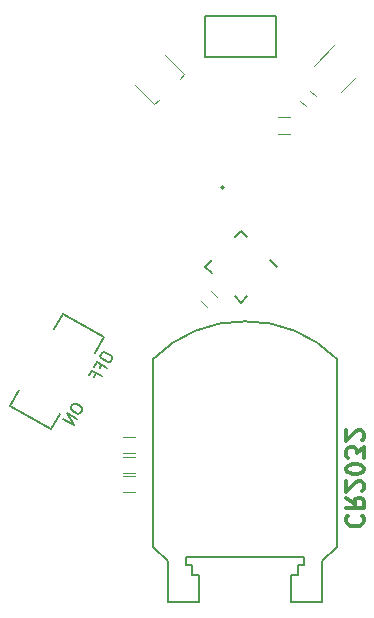
<source format=gbo>
G04 #@! TF.FileFunction,Legend,Bot*
%FSLAX46Y46*%
G04 Gerber Fmt 4.6, Leading zero omitted, Abs format (unit mm)*
G04 Created by KiCad (PCBNEW 4.0.5+dfsg1-4) date Tue Nov  6 22:38:28 2018*
%MOMM*%
%LPD*%
G01*
G04 APERTURE LIST*
%ADD10C,0.100000*%
%ADD11C,0.150000*%
%ADD12C,0.300000*%
%ADD13C,0.120000*%
G04 APERTURE END LIST*
D10*
D11*
X136900570Y-89754120D02*
X136805332Y-89919078D01*
X136798952Y-90025366D01*
X136833811Y-90155463D01*
X136974959Y-90291940D01*
X137263635Y-90458607D01*
X137452401Y-90512606D01*
X137582499Y-90477747D01*
X137671357Y-90419078D01*
X137766595Y-90254120D01*
X137772975Y-90147832D01*
X137738116Y-90017734D01*
X137596968Y-89881257D01*
X137308292Y-89714590D01*
X137119526Y-89660591D01*
X136989428Y-89695451D01*
X136900570Y-89754120D01*
X136717724Y-91023198D02*
X136884391Y-90734522D01*
X137338024Y-90996427D02*
X136471999Y-90496427D01*
X136233903Y-90908821D01*
X136289153Y-91765506D02*
X136455820Y-91476830D01*
X136909452Y-91738735D02*
X136043427Y-91238735D01*
X135805332Y-91651128D01*
X134376760Y-94125487D02*
X134281522Y-94290445D01*
X134275142Y-94396733D01*
X134310001Y-94526830D01*
X134451149Y-94663308D01*
X134739825Y-94829975D01*
X134928591Y-94883973D01*
X135058689Y-94849114D01*
X135147547Y-94790445D01*
X135242785Y-94625487D01*
X135249165Y-94519199D01*
X135214306Y-94389101D01*
X135073158Y-94252624D01*
X134784482Y-94085957D01*
X134595716Y-94031958D01*
X134465618Y-94066818D01*
X134376760Y-94125487D01*
X134814214Y-95367794D02*
X133948189Y-94867794D01*
X134528499Y-95862666D01*
X133662474Y-95362666D01*
D12*
X157746679Y-103512580D02*
X157675250Y-103584009D01*
X157603822Y-103798295D01*
X157603822Y-103941152D01*
X157675250Y-104155437D01*
X157818107Y-104298295D01*
X157960964Y-104369723D01*
X158246679Y-104441152D01*
X158460964Y-104441152D01*
X158746679Y-104369723D01*
X158889536Y-104298295D01*
X159032393Y-104155437D01*
X159103822Y-103941152D01*
X159103822Y-103798295D01*
X159032393Y-103584009D01*
X158960964Y-103512580D01*
X157603822Y-102012580D02*
X158318107Y-102512580D01*
X157603822Y-102869723D02*
X159103822Y-102869723D01*
X159103822Y-102298295D01*
X159032393Y-102155437D01*
X158960964Y-102084009D01*
X158818107Y-102012580D01*
X158603822Y-102012580D01*
X158460964Y-102084009D01*
X158389536Y-102155437D01*
X158318107Y-102298295D01*
X158318107Y-102869723D01*
X158960964Y-101441152D02*
X159032393Y-101369723D01*
X159103822Y-101226866D01*
X159103822Y-100869723D01*
X159032393Y-100726866D01*
X158960964Y-100655437D01*
X158818107Y-100584009D01*
X158675250Y-100584009D01*
X158460964Y-100655437D01*
X157603822Y-101512580D01*
X157603822Y-100584009D01*
X159103822Y-99655438D02*
X159103822Y-99512581D01*
X159032393Y-99369724D01*
X158960964Y-99298295D01*
X158818107Y-99226866D01*
X158532393Y-99155438D01*
X158175250Y-99155438D01*
X157889536Y-99226866D01*
X157746679Y-99298295D01*
X157675250Y-99369724D01*
X157603822Y-99512581D01*
X157603822Y-99655438D01*
X157675250Y-99798295D01*
X157746679Y-99869724D01*
X157889536Y-99941152D01*
X158175250Y-100012581D01*
X158532393Y-100012581D01*
X158818107Y-99941152D01*
X158960964Y-99869724D01*
X159032393Y-99798295D01*
X159103822Y-99655438D01*
X159103822Y-98655438D02*
X159103822Y-97726867D01*
X158532393Y-98226867D01*
X158532393Y-98012581D01*
X158460964Y-97869724D01*
X158389536Y-97798295D01*
X158246679Y-97726867D01*
X157889536Y-97726867D01*
X157746679Y-97798295D01*
X157675250Y-97869724D01*
X157603822Y-98012581D01*
X157603822Y-98441153D01*
X157675250Y-98584010D01*
X157746679Y-98655438D01*
X158960964Y-97155439D02*
X159032393Y-97084010D01*
X159103822Y-96941153D01*
X159103822Y-96584010D01*
X159032393Y-96441153D01*
X158960964Y-96369724D01*
X158818107Y-96298296D01*
X158675250Y-96298296D01*
X158460964Y-96369724D01*
X157603822Y-97226867D01*
X157603822Y-96298296D01*
D11*
X144005332Y-107722686D02*
X144539145Y-107722686D01*
X144539145Y-107722686D02*
X144539145Y-108517607D01*
X145177641Y-110868460D02*
X142529529Y-110868460D01*
X142529529Y-110868460D02*
X142529529Y-107342597D01*
X142529529Y-107342597D02*
X141252484Y-106214366D01*
X141252484Y-106214366D02*
X141252484Y-90265254D01*
X153532422Y-108517607D02*
X152893926Y-108517607D01*
X144539145Y-108517607D02*
X145177641Y-108517607D01*
X145177641Y-108517607D02*
X145177641Y-110868460D01*
X149023646Y-87068907D02*
G75*
G03X141252484Y-90265254I-138716J-10707791D01*
G01*
X149035783Y-107036132D02*
X154066235Y-107036132D01*
X154066235Y-107036132D02*
X154066235Y-107722686D01*
X154066235Y-107722686D02*
X153532422Y-107722686D01*
X149035783Y-107036132D02*
X144005332Y-107036132D01*
X144005332Y-107036132D02*
X144005332Y-107722686D01*
X156810564Y-90256606D02*
G75*
G03X149035783Y-87069071I-7623927J-7520092D01*
G01*
X155542038Y-110868460D02*
X155542038Y-107342597D01*
X155542038Y-107342597D02*
X156819083Y-106214366D01*
X156819083Y-106214366D02*
X156819083Y-90265254D01*
X153532422Y-107722686D02*
X153532422Y-108517607D01*
X152893926Y-108517607D02*
X152893926Y-110868460D01*
X152893926Y-110868460D02*
X155542038Y-110868460D01*
D13*
X146657475Y-84975277D02*
X146162501Y-84480303D01*
X145313973Y-85328831D02*
X145808947Y-85823805D01*
X153674062Y-68381869D02*
X154169036Y-68876843D01*
X155017564Y-68028315D02*
X154522590Y-67533341D01*
D11*
X147233393Y-75731726D02*
G75*
G03X147233393Y-75731726I-127000J0D01*
G01*
D13*
X138732394Y-98255724D02*
X139732394Y-98255724D01*
X139732394Y-96895724D02*
X138732394Y-96895724D01*
X138732394Y-99906724D02*
X139732394Y-99906724D01*
X139732394Y-98546724D02*
X138732394Y-98546724D01*
X138744394Y-101557724D02*
X139744394Y-101557724D01*
X139744394Y-100197724D02*
X138744394Y-100197724D01*
D11*
X145679813Y-64697093D02*
X145679813Y-61197093D01*
X151679813Y-61197093D02*
X151679813Y-64697093D01*
X145679813Y-64697093D02*
X151679813Y-64697093D01*
X145679813Y-61197093D02*
X151679813Y-61197093D01*
D13*
X152813811Y-69811095D02*
X151813811Y-69811095D01*
X151813811Y-71171095D02*
X152813811Y-71171095D01*
X143887902Y-66151886D02*
X142275698Y-64539682D01*
X143527277Y-66512510D02*
X143887902Y-66151886D01*
X141370602Y-68669186D02*
X141731226Y-68308561D01*
X139758398Y-67056982D02*
X141370602Y-68669186D01*
X158406651Y-66421140D02*
X157133859Y-67693932D01*
X154856975Y-65417048D02*
X156589387Y-63684637D01*
D11*
X148694965Y-79406165D02*
X148146957Y-79954173D01*
X148694965Y-85487283D02*
X149242973Y-84939275D01*
X145654406Y-82446724D02*
X146202414Y-81898716D01*
X151735524Y-82446724D02*
X151187516Y-81898716D01*
X148694965Y-85487283D02*
X148146957Y-84939275D01*
X145654406Y-82446724D02*
X146202414Y-82994732D01*
X148694965Y-79406165D02*
X149242973Y-79954173D01*
X132587342Y-96206851D02*
X129123241Y-94206851D01*
X137087342Y-88412622D02*
X133623241Y-86412622D01*
X133337342Y-94907813D02*
X132587342Y-96206851D01*
X137087342Y-88412622D02*
X136337342Y-89711660D01*
X129873241Y-92907813D02*
X129123241Y-94206851D01*
X133623241Y-86412622D02*
X132873241Y-87711660D01*
M02*

</source>
